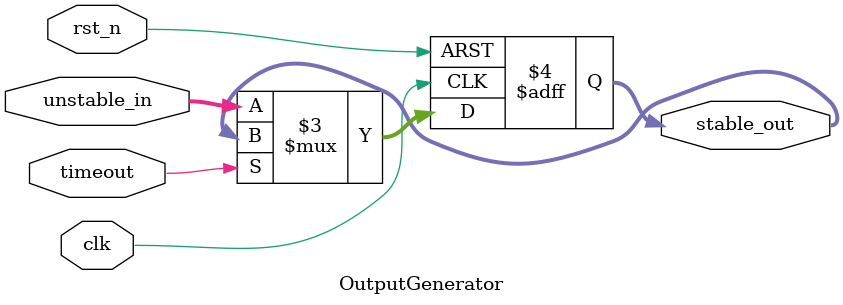
<source format=sv>
module TimeoutRecovery #(
    parameter WIDTH = 8,
    parameter TIMEOUT = 32'hFFFF
)(
    input  wire              clk,
    input  wire              rst_n,
    input  wire [WIDTH-1:0]  unstable_in,
    output wire [WIDTH-1:0]  stable_out,
    output wire              timeout
);
    // Internal signals
    wire [31:0] counter_value;
    wire        timeout_detected;
    wire [WIDTH-1:0] output_value;
    
    // Instantiate the counter module
    StabilityCounter #(
        .TIMEOUT(TIMEOUT)
    ) counter_inst (
        .clk           (clk),
        .rst_n         (rst_n),
        .current_value (stable_out),
        .new_value     (unstable_in),
        .counter       (counter_value),
        .timeout_flag  (timeout_detected)
    );
    
    // Instantiate the output generator module
    OutputGenerator #(
        .WIDTH(WIDTH)
    ) output_gen_inst (
        .clk           (clk),
        .rst_n         (rst_n),
        .unstable_in   (unstable_in),
        .timeout       (timeout_detected),
        .stable_out    (output_value)
    );
    
    // Output assignments
    assign stable_out = output_value;
    assign timeout = timeout_detected;
    
endmodule

// Counter module for stability timing with two's complement subtraction
module StabilityCounter #(
    parameter TIMEOUT = 32'hFFFF
)(
    input  wire              clk,
    input  wire              rst_n,
    input  wire [7:0]        current_value,
    input  wire [7:0]        new_value,
    output reg  [31:0]       counter,
    output wire              timeout_flag
);
    // Internal signals for two's complement subtraction
    wire [7:0] inverted_current;
    wire [7:0] complement_current;
    wire [7:0] value_diff;
    wire       values_equal;
    
    // Implement two's complement subtraction to compare values
    assign inverted_current = ~current_value;
    assign complement_current = inverted_current + 8'h01;
    assign value_diff = new_value + complement_current; // new_value - current_value in two's complement
    assign values_equal = (value_diff == 8'h00);
    
    // Counter logic using comparison result
    always @(posedge clk or negedge rst_n) begin
        if (!rst_n) begin
            counter <= 32'h0;
        end else begin
            counter <= (!values_equal) ? 32'h0 : counter + 32'h1;
        end
    end
    
    // Timeout detection using two's complement subtraction
    wire [31:0] timeout_inverted;
    wire [31:0] timeout_complement;
    wire [31:0] timeout_diff;
    
    assign timeout_inverted = ~TIMEOUT;
    assign timeout_complement = timeout_inverted + 32'h1;
    assign timeout_diff = counter + timeout_complement; // counter - TIMEOUT in two's complement
    
    // Timeout flag is set when counter >= TIMEOUT (diff is not negative)
    assign timeout_flag = ~timeout_diff[31]; // MSB is 0 when result is non-negative
    
endmodule

// Output generation module
module OutputGenerator #(
    parameter WIDTH = 8
)(
    input  wire              clk,
    input  wire              rst_n,
    input  wire [WIDTH-1:0]  unstable_in,
    input  wire              timeout,
    output reg  [WIDTH-1:0]  stable_out
);
    // Output register logic
    always @(posedge clk or negedge rst_n) begin
        if (!rst_n) begin
            stable_out <= {WIDTH{1'b0}};
        end else begin
            stable_out <= timeout ? stable_out : unstable_in;
        end
    end
    
endmodule
</source>
